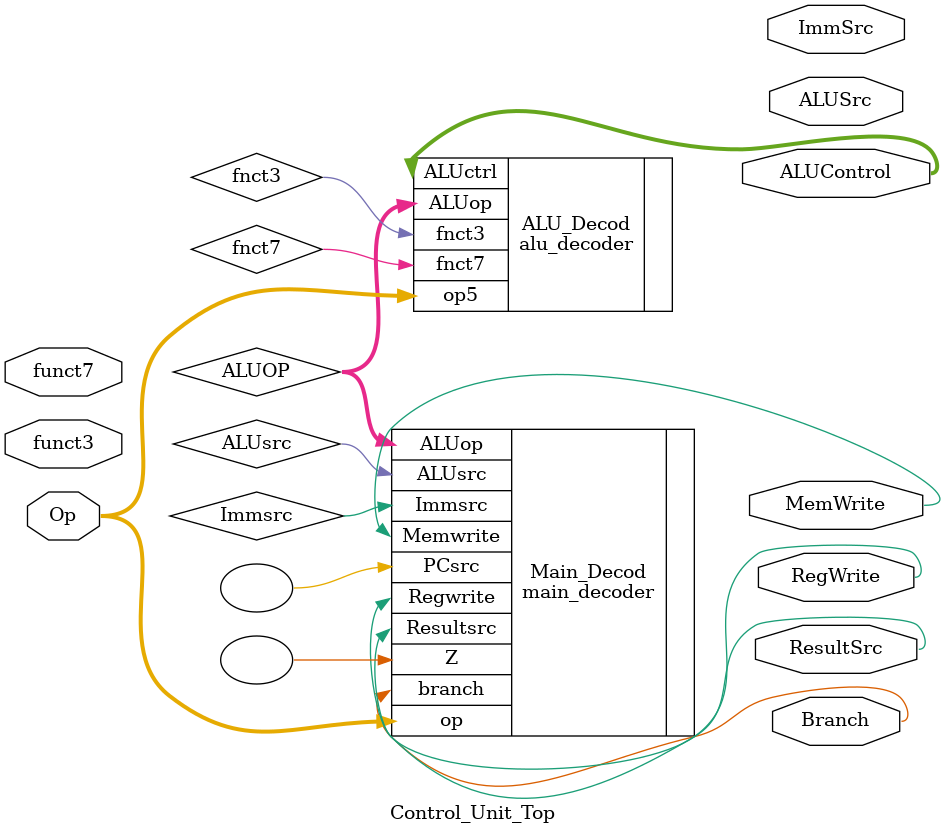
<source format=v>
`timescale 1ns / 1ps
module Control_Unit_Top(Op,RegWrite,ImmSrc,ALUSrc,MemWrite,ResultSrc,Branch,funct3,funct7,ALUControl);

		input [6:0] Op,funct7;
		input [2:0] funct3;
		output RegWrite,ALUSrc,MemWrite,ResultSrc,Branch;
		output [1:0]ImmSrc;
		output [2:0]ALUControl;
		
		wire [1:0] ALUOP;
		
		
	main_decoder Main_Decod (
    .Z(), 
    .branch(Branch), 
    .op(Op), 
    .PCsrc(), 
    .Memwrite(MemWrite), 
    .Resultsrc(ResultSrc), 
    .ALUsrc(ALUsrc), 
    .Immsrc(Immsrc), 
    .Regwrite(RegWrite), 
    .ALUop(ALUOP)
    );

		
	alu_decoder ALU_Decod (
    .op5(Op), 
    .ALUop(ALUOP), 
    .fnct3(fnct3), 
    .fnct7(fnct7), 
    .ALUctrl(ALUControl)
    );



endmodule

</source>
